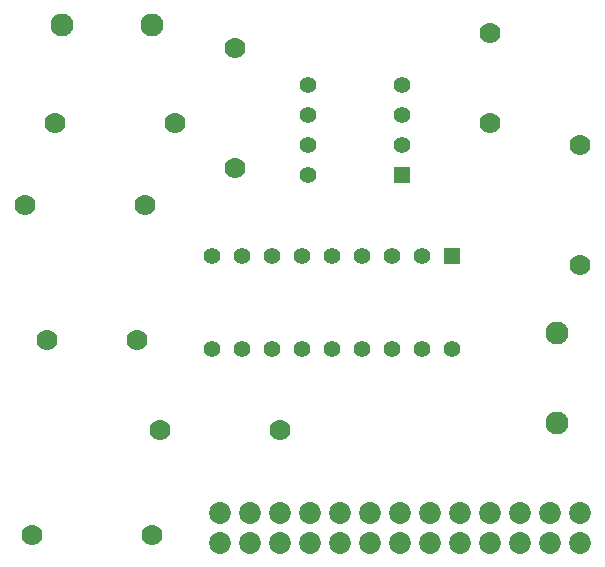
<source format=gbr>
G04 DesignSpark PCB Gerber Version 11.0 Build 5877*
G04 #@! TF.Part,Single*
G04 #@! TF.FileFunction,Soldermask,Bot*
G04 #@! TF.FilePolarity,Negative*
%FSLAX35Y35*%
%MOIN*%
G04 #@! TA.AperFunction,ComponentPad*
%ADD70R,0.05563X0.05563*%
%ADD20R,0.05567X0.05567*%
%ADD71C,0.05563*%
%ADD21C,0.05567*%
%ADD22C,0.07000*%
%ADD19C,0.07299*%
%ADD23C,0.07693*%
G04 #@! TD.AperFunction*
X0Y0D02*
D02*
D19*
X80600Y15900D03*
Y25900D03*
X90600Y15900D03*
Y25900D03*
X100600Y15900D03*
Y25900D03*
X110600Y15900D03*
Y25900D03*
X120600Y15900D03*
Y25900D03*
X130600Y15900D03*
Y25900D03*
X140600Y15900D03*
Y25900D03*
X150600Y15900D03*
Y25900D03*
X160600Y15900D03*
Y25900D03*
X170600Y15900D03*
Y25900D03*
X180600Y15900D03*
Y25900D03*
X190600Y15900D03*
Y25900D03*
X200600Y15900D03*
Y25900D03*
D02*
D70*
X158100Y111526D03*
D02*
D71*
X78100Y80274D03*
Y111526D03*
X88100Y80274D03*
Y111526D03*
X98100Y80274D03*
Y111526D03*
X108100Y80274D03*
Y111526D03*
X118100Y80274D03*
Y111526D03*
X128100Y80274D03*
Y111526D03*
X138100Y80274D03*
Y111526D03*
X148100Y80274D03*
Y111526D03*
X158100Y80274D03*
D02*
D20*
X141230Y138400D03*
D02*
D21*
X109970D03*
Y148400D03*
Y158400D03*
Y168400D03*
X141230Y148400D03*
Y158400D03*
Y168400D03*
D02*
D22*
X15600Y128400D03*
X18100Y18400D03*
X23100Y83400D03*
X25600Y155900D03*
X53100Y83400D03*
X55600Y128400D03*
X58100Y18400D03*
X60600Y53400D03*
X65600Y155900D03*
X85600Y140900D03*
Y180900D03*
X100600Y53400D03*
X170600Y155900D03*
Y185900D03*
X200600Y108400D03*
Y148400D03*
D02*
D23*
X28100Y188400D03*
X58100D03*
X193100Y55900D03*
Y85900D03*
X0Y0D02*
M02*

</source>
